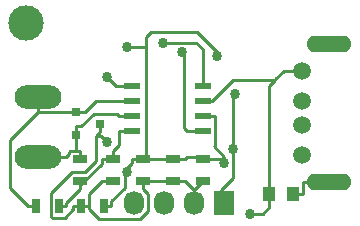
<source format=gbr>
G04 #@! TF.FileFunction,Copper,L2,Bot,Signal*
%FSLAX46Y46*%
G04 Gerber Fmt 4.6, Leading zero omitted, Abs format (unit mm)*
G04 Created by KiCad (PCBNEW (2016-04-04 BZR 6663, Git 30f5a7a)-product) date 05/05/2016 22:09:38*
%MOMM*%
G01*
G04 APERTURE LIST*
%ADD10C,0.100000*%
%ADD11O,3.962400X1.981200*%
%ADD12R,1.300000X0.700000*%
%ADD13R,0.700000X1.300000*%
%ADD14R,0.800100X0.800100*%
%ADD15R,1.450000X0.600000*%
%ADD16R,1.000000X1.250000*%
%ADD17C,3.000000*%
%ADD18R,1.727200X2.032000*%
%ADD19O,1.727200X2.032000*%
%ADD20C,1.501140*%
%ADD21O,3.800000X1.400000*%
%ADD22C,0.860000*%
%ADD23C,0.250000*%
G04 APERTURE END LIST*
D10*
D11*
X140208000Y-101981000D03*
X140208000Y-96981000D03*
D12*
X146558000Y-104074000D03*
X146558000Y-102174000D03*
D13*
X145730000Y-106172000D03*
X143830000Y-106172000D03*
D12*
X149098000Y-102174000D03*
X149098000Y-104074000D03*
X154178000Y-102174000D03*
X154178000Y-104074000D03*
D13*
X140020000Y-106172000D03*
X141920000Y-106172000D03*
D12*
X143764000Y-104074000D03*
X143764000Y-102174000D03*
D14*
X143398240Y-100137000D03*
X143398240Y-98237000D03*
X145397220Y-99187000D03*
D15*
X154130000Y-96012000D03*
X154130000Y-97282000D03*
X154130000Y-98552000D03*
X154130000Y-99822000D03*
X148130000Y-99822000D03*
X148130000Y-98552000D03*
X148130000Y-97282000D03*
X148130000Y-96012000D03*
D12*
X151638000Y-102174000D03*
X151638000Y-104074000D03*
D16*
X159782000Y-105156000D03*
X161782000Y-105156000D03*
D17*
X139192000Y-90678000D03*
D18*
X155956000Y-105918000D03*
D19*
X153416000Y-105918000D03*
X150876000Y-105918000D03*
X148336000Y-105918000D03*
D20*
X162557880Y-94741140D03*
X162557880Y-97281140D03*
X162557880Y-99313140D03*
X162557880Y-101853140D03*
D21*
X164846000Y-92456000D03*
X164846000Y-104140000D03*
D22*
X146050000Y-100711000D03*
X158115000Y-106807000D03*
X147701000Y-103251000D03*
X155321000Y-93472000D03*
X147701000Y-92710000D03*
X155956000Y-102489000D03*
X156845000Y-96647000D03*
X156718000Y-101346000D03*
X146050000Y-95250000D03*
X152400000Y-93091000D03*
X150749000Y-92329000D03*
D23*
X149098000Y-104074000D02*
X151638000Y-104074000D01*
X160274000Y-95504000D02*
X160274000Y-95446400D01*
X160216000Y-95504000D02*
X160274000Y-95504000D01*
X159258000Y-106807000D02*
X158115000Y-106807000D01*
X159782000Y-106283000D02*
X159258000Y-106807000D01*
X159782000Y-105156000D02*
X159782000Y-106283000D01*
X160979000Y-94741100D02*
X160274000Y-95446400D01*
X162557900Y-94741100D02*
X160979000Y-94741100D01*
X160274000Y-95446400D02*
X160216000Y-95504000D01*
X159782000Y-104206000D02*
X159782000Y-105156000D01*
X159705000Y-104128000D02*
X159782000Y-104206000D01*
X159705000Y-96015600D02*
X159705000Y-104128000D01*
X160216000Y-95504000D02*
X159705000Y-96015600D01*
X156718000Y-95504000D02*
X159893000Y-95504000D01*
X154940000Y-97282000D02*
X156718000Y-95504000D01*
X154130000Y-97282000D02*
X154940000Y-97282000D01*
X159893000Y-95504000D02*
X160020000Y-95504000D01*
X152654000Y-104074000D02*
X153416000Y-104836000D01*
X151638000Y-104074000D02*
X152654000Y-104074000D01*
X153416000Y-105918000D02*
X153416000Y-104836000D01*
X153416000Y-104836000D02*
X154178000Y-104074000D01*
X159893000Y-95504000D02*
X160020000Y-95504000D01*
X160020000Y-95504000D02*
X160216000Y-95504000D01*
X162558000Y-94741100D02*
X162557900Y-94741100D01*
X145397000Y-99187000D02*
X145397000Y-99549600D01*
X145397200Y-99549400D02*
X145397200Y-99187000D01*
X145397000Y-99549600D02*
X145397200Y-99549400D01*
X144505000Y-106172000D02*
X143830000Y-106172000D01*
X144505000Y-105151000D02*
X144505000Y-106172000D01*
X145583000Y-104074000D02*
X144505000Y-105151000D01*
X146558000Y-104074000D02*
X145583000Y-104074000D01*
X149537800Y-105189100D02*
X149098000Y-104749300D01*
X149537800Y-106587400D02*
X149537800Y-105189100D01*
X148845600Y-107279600D02*
X149537800Y-106587400D01*
X145357000Y-107279600D02*
X148845600Y-107279600D01*
X144505000Y-106427600D02*
X145357000Y-107279600D01*
X144505000Y-106172000D02*
X144505000Y-106427600D01*
X149098000Y-104074000D02*
X149098000Y-104749300D01*
X145553000Y-100214000D02*
X146050000Y-100711000D01*
X145095100Y-100214000D02*
X145553000Y-100214000D01*
X143154700Y-106425200D02*
X143154700Y-106172000D01*
X142432500Y-107147400D02*
X143154700Y-106425200D01*
X141385300Y-107147400D02*
X142432500Y-107147400D01*
X141244600Y-107006700D02*
X141385300Y-107147400D01*
X141244600Y-105102900D02*
X141244600Y-107006700D01*
X143050500Y-103297000D02*
X141244600Y-105102900D01*
X144151300Y-103297000D02*
X143050500Y-103297000D01*
X145095100Y-102353200D02*
X144151300Y-103297000D01*
X145095100Y-100214000D02*
X145095100Y-102353200D01*
X145095000Y-100214000D02*
X145095100Y-100214000D01*
X145397000Y-99912300D02*
X145095000Y-100214000D01*
X145397000Y-99549600D02*
X145397000Y-99912300D01*
X143830000Y-106172000D02*
X143154700Y-106172000D01*
X143764000Y-104749000D02*
X143764000Y-104412000D01*
X142595000Y-105918000D02*
X143764000Y-104749000D01*
X142595000Y-106172000D02*
X142595000Y-105918000D01*
X141920000Y-106172000D02*
X142595000Y-106172000D01*
X145583000Y-102593000D02*
X143764000Y-104412000D01*
X145583000Y-102174000D02*
X145583000Y-102593000D01*
X146558000Y-102174000D02*
X145583000Y-102174000D01*
X147080000Y-99822000D02*
X148130000Y-99822000D01*
X147080000Y-100977000D02*
X147080000Y-99822000D01*
X146558000Y-101499000D02*
X147080000Y-100977000D01*
X146558000Y-102174000D02*
X146558000Y-101499000D01*
X143764000Y-104074000D02*
X143764000Y-104412000D01*
X154178000Y-102174000D02*
X155641000Y-102174000D01*
X155641000Y-102174000D02*
X155956000Y-102489000D01*
X147594000Y-103144000D02*
X147594000Y-103017000D01*
X147701000Y-103251000D02*
X147594000Y-103144000D01*
X155321000Y-93091000D02*
X155321000Y-93472000D01*
X153670000Y-91440000D02*
X155321000Y-93091000D01*
X149733000Y-91440000D02*
X153670000Y-91440000D01*
X149352000Y-91821000D02*
X149733000Y-91440000D01*
X149352000Y-92710000D02*
X149352000Y-91821000D01*
X147701000Y-92710000D02*
X149352000Y-92710000D01*
X149352000Y-101920000D02*
X149098000Y-102174000D01*
X149352000Y-92710000D02*
X149352000Y-101920000D01*
X152782000Y-102005000D02*
X154178000Y-102005000D01*
X152613000Y-102174000D02*
X152782000Y-102005000D01*
X151638000Y-102174000D02*
X152613000Y-102174000D01*
X148123000Y-102488000D02*
X147594000Y-103017000D01*
X148123000Y-102174000D02*
X148123000Y-102488000D01*
X149098000Y-102174000D02*
X148123000Y-102174000D01*
X151638000Y-102174000D02*
X149098000Y-102174000D01*
X146405000Y-106172000D02*
X145730000Y-106172000D01*
X146405000Y-105739000D02*
X146405000Y-106172000D01*
X147534000Y-104610000D02*
X146405000Y-105739000D01*
X147534000Y-103077000D02*
X147534000Y-104610000D01*
X147594000Y-103017000D02*
X147534000Y-103077000D01*
X154178000Y-102174000D02*
X154178000Y-102005000D01*
X155180300Y-101044700D02*
X155100000Y-101125000D01*
X154130000Y-98552000D02*
X155180300Y-98552000D01*
X155100000Y-101125000D02*
X155956000Y-101981000D01*
X155956000Y-101981000D02*
X155956000Y-102489000D01*
X155180300Y-98552000D02*
X155180300Y-101044700D01*
X156718000Y-96774000D02*
X156718000Y-101346000D01*
X156845000Y-96647000D02*
X156718000Y-96774000D01*
X155702000Y-104831000D02*
X155702000Y-105502000D01*
X156718000Y-103815000D02*
X155702000Y-104831000D01*
X156718000Y-101346000D02*
X156718000Y-103815000D01*
X155702000Y-105502000D02*
X155702000Y-106172000D01*
X155956000Y-105756000D02*
X155956000Y-105918000D01*
X155702000Y-105502000D02*
X155956000Y-105756000D01*
X139345000Y-106172000D02*
X140020000Y-106172000D01*
X137849000Y-104676000D02*
X139345000Y-106172000D01*
X137849000Y-100607000D02*
X137849000Y-104676000D01*
X140208000Y-98247900D02*
X137849000Y-100607000D01*
X142673000Y-98237000D02*
X143398200Y-98237000D01*
X142662000Y-98247900D02*
X142673000Y-98237000D01*
X140208000Y-98247900D02*
X142662000Y-98247900D01*
X145079000Y-97282000D02*
X148130000Y-97282000D01*
X144124000Y-98237000D02*
X145079000Y-97282000D01*
X143398200Y-98237000D02*
X144124000Y-98237000D01*
X140208000Y-98247900D02*
X140208000Y-96981000D01*
X143764000Y-101499000D02*
X143764000Y-102174000D01*
X143398000Y-101499000D02*
X143764000Y-101499000D01*
X143398000Y-101499000D02*
X143398000Y-100455000D01*
X147080000Y-98552000D02*
X148130000Y-98552000D01*
X146913000Y-98385600D02*
X147080000Y-98552000D01*
X144882000Y-98385600D02*
X146913000Y-98385600D01*
X143856000Y-99411600D02*
X144882000Y-98385600D01*
X143398000Y-99411600D02*
X143856000Y-99411600D01*
X143398000Y-100137000D02*
X143398000Y-99411600D01*
X140208000Y-102028000D02*
X140255000Y-102028000D01*
X142925000Y-101499000D02*
X143398000Y-101499000D01*
X142806000Y-101618000D02*
X142925000Y-101499000D01*
X142806000Y-101736000D02*
X142806000Y-101618000D01*
X142514000Y-102028000D02*
X142806000Y-101736000D01*
X140255000Y-102028000D02*
X142514000Y-102028000D01*
X140255000Y-102028000D02*
X140208000Y-101981000D01*
X143398000Y-100455000D02*
X143398000Y-100296000D01*
X143398000Y-100455000D02*
X143398000Y-100296000D01*
X143398000Y-100296000D02*
X143398000Y-100216500D01*
X143398000Y-100296000D02*
X143398000Y-100216500D01*
X143398000Y-100216500D02*
X143398000Y-100176700D01*
X143398000Y-100216500D02*
X143398000Y-100176700D01*
X143398000Y-100176700D02*
X143398000Y-100156800D01*
X143398000Y-100176700D02*
X143398000Y-100156800D01*
X143398000Y-100156800D02*
X143398000Y-100146900D01*
X143398000Y-100156800D02*
X143398000Y-100146900D01*
X143398000Y-100146900D02*
X143398000Y-100141900D01*
X143398000Y-100146900D02*
X143398000Y-100141900D01*
X143398000Y-100141900D02*
X143398000Y-100139400D01*
X143398000Y-100141900D02*
X143398000Y-100139400D01*
X143398000Y-100139400D02*
X143398000Y-100138200D01*
X143398000Y-100139400D02*
X143398000Y-100138200D01*
X143398000Y-100138200D02*
X143398000Y-100137600D01*
X143398000Y-100137600D02*
X143398000Y-100137000D01*
X143398000Y-100138200D02*
X143398000Y-100137600D01*
X143398000Y-100137600D02*
X143398000Y-100137000D01*
X143398200Y-100137400D02*
X143398200Y-100137000D01*
X143398000Y-100137600D02*
X143398200Y-100137400D01*
X146812000Y-96012000D02*
X148130000Y-96012000D01*
X146050000Y-95250000D02*
X146812000Y-96012000D01*
X152781000Y-99822000D02*
X154130000Y-99822000D01*
X152527000Y-99568000D02*
X152781000Y-99822000D01*
X152527000Y-93218000D02*
X152527000Y-99568000D01*
X152400000Y-93091000D02*
X152527000Y-93218000D01*
X150749000Y-92329000D02*
X153543000Y-92329000D01*
X153543000Y-92329000D02*
X154130000Y-92916000D01*
X154130000Y-92916000D02*
X154130000Y-96012000D01*
X162621000Y-104140000D02*
X164846000Y-104140000D01*
X162621000Y-105143000D02*
X162621000Y-104140000D01*
X162607000Y-105156000D02*
X162621000Y-105143000D01*
X161782000Y-105156000D02*
X162607000Y-105156000D01*
M02*

</source>
